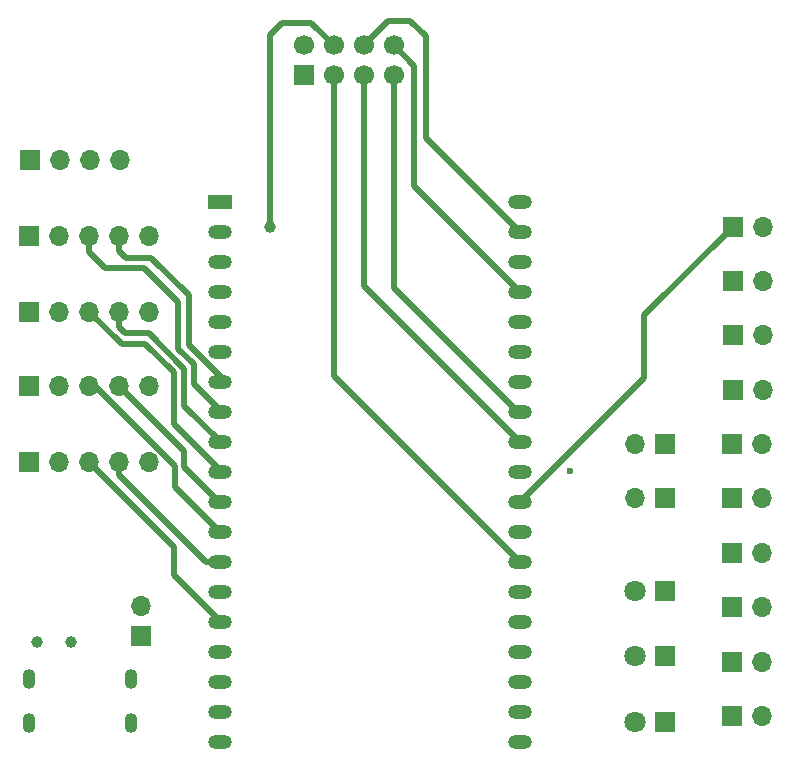
<source format=gbr>
%TF.GenerationSoftware,KiCad,Pcbnew,8.0.4*%
%TF.CreationDate,2024-12-10T19:57:11+05:30*%
%TF.ProjectId,controller-v3,636f6e74-726f-46c6-9c65-722d76332e6b,rev?*%
%TF.SameCoordinates,Original*%
%TF.FileFunction,Copper,L4,Bot*%
%TF.FilePolarity,Positive*%
%FSLAX46Y46*%
G04 Gerber Fmt 4.6, Leading zero omitted, Abs format (unit mm)*
G04 Created by KiCad (PCBNEW 8.0.4) date 2024-12-10 19:57:11*
%MOMM*%
%LPD*%
G01*
G04 APERTURE LIST*
%TA.AperFunction,ComponentPad*%
%ADD10R,1.700000X1.700000*%
%TD*%
%TA.AperFunction,ComponentPad*%
%ADD11C,1.700000*%
%TD*%
%TA.AperFunction,ComponentPad*%
%ADD12O,1.700000X1.700000*%
%TD*%
%TA.AperFunction,ComponentPad*%
%ADD13R,1.800000X1.800000*%
%TD*%
%TA.AperFunction,ComponentPad*%
%ADD14C,1.800000*%
%TD*%
%TA.AperFunction,ComponentPad*%
%ADD15R,2.000000X1.200000*%
%TD*%
%TA.AperFunction,ComponentPad*%
%ADD16O,2.000000X1.200000*%
%TD*%
%TA.AperFunction,ComponentPad*%
%ADD17O,1.100000X1.700000*%
%TD*%
%TA.AperFunction,ViaPad*%
%ADD18C,0.985000*%
%TD*%
%TA.AperFunction,ViaPad*%
%ADD19C,0.600000*%
%TD*%
%TA.AperFunction,Conductor*%
%ADD20C,0.500000*%
%TD*%
G04 APERTURE END LIST*
D10*
%TO.P,U4,1,GND*%
%TO.N,GND*%
X116010000Y-88370000D03*
D11*
%TO.P,U4,2,VCC*%
%TO.N,/3v3*%
X116010000Y-85830000D03*
%TO.P,U4,3,CE*%
%TO.N,/CE*%
X118550000Y-88370000D03*
%TO.P,U4,4,~{CSN}*%
%TO.N,/CSN*%
X118550000Y-85830000D03*
%TO.P,U4,5,SCK*%
%TO.N,/SCK*%
X121090000Y-88370000D03*
%TO.P,U4,6,MOSI*%
%TO.N,/MOSI*%
X121090000Y-85830000D03*
%TO.P,U4,7,MISO*%
%TO.N,/MISO*%
X123630000Y-88370000D03*
%TO.P,U4,8,IRQ*%
%TO.N,/IRQ*%
X123630000Y-85830000D03*
%TD*%
D10*
%TO.P,SW5,1,1*%
%TO.N,/sw_analog_in*%
X152300000Y-119575000D03*
D12*
%TO.P,SW5,2,2*%
%TO.N,Net-(R14-Pad2)*%
X154840000Y-119575000D03*
%TD*%
D10*
%TO.P,SW8,1,1*%
%TO.N,/sw_analog_in*%
X152300000Y-133375000D03*
D12*
%TO.P,SW8,2,2*%
%TO.N,Net-(R16-Pad1)*%
X154840000Y-133375000D03*
%TD*%
D10*
%TO.P,joy3,1,GND*%
%TO.N,GND*%
X92745000Y-121125000D03*
D12*
%TO.P,joy3,2,Vcc*%
%TO.N,/3v3*%
X95285000Y-121125000D03*
%TO.P,joy3,3,VRX*%
%TO.N,/joy3_x*%
X97825000Y-121125000D03*
%TO.P,joy3,4,VRY*%
%TO.N,/joy3_y*%
X100365000Y-121125000D03*
%TO.P,joy3,5,SW*%
%TO.N,/calibrate_joy3*%
X102905000Y-121125000D03*
%TD*%
D10*
%TO.P,SW6,1,1*%
%TO.N,/sw_analog_in*%
X152300000Y-124175000D03*
D12*
%TO.P,SW6,2,2*%
%TO.N,Net-(R14-Pad1)*%
X154840000Y-124175000D03*
%TD*%
D13*
%TO.P,D1,1,K*%
%TO.N,GND*%
X146575000Y-132000000D03*
D14*
%TO.P,D1,2,A*%
%TO.N,Net-(D1-A)*%
X144035000Y-132000000D03*
%TD*%
D10*
%TO.P,joy0,1,GND*%
%TO.N,GND*%
X92785000Y-114700000D03*
D12*
%TO.P,joy0,2,Vcc*%
%TO.N,/3v3*%
X95325000Y-114700000D03*
%TO.P,joy0,3,VRX*%
%TO.N,/joy0_x*%
X97865000Y-114700000D03*
%TO.P,joy0,4,VRY*%
%TO.N,/joy0_y*%
X100405000Y-114700000D03*
%TO.P,joy0,5,SW*%
%TO.N,/calibrate_joy0*%
X102945000Y-114700000D03*
%TD*%
D10*
%TO.P,joy2,1,GND*%
%TO.N,GND*%
X92785000Y-101975000D03*
D12*
%TO.P,joy2,2,Vcc*%
%TO.N,/3v3*%
X95325000Y-101975000D03*
%TO.P,joy2,3,VRX*%
%TO.N,/joy2_x*%
X97865000Y-101975000D03*
%TO.P,joy2,4,VRY*%
%TO.N,/joy2_y*%
X100405000Y-101975000D03*
%TO.P,joy2,5,SW*%
%TO.N,/calibrate_joy2*%
X102945000Y-101975000D03*
%TD*%
D10*
%TO.P,joy1,1,GND*%
%TO.N,GND*%
X92785000Y-108375000D03*
D12*
%TO.P,joy1,2,Vcc*%
%TO.N,/3v3*%
X95325000Y-108375000D03*
%TO.P,joy1,3,VRX*%
%TO.N,/joy1_x*%
X97865000Y-108375000D03*
%TO.P,joy1,4,VRY*%
%TO.N,/joy1_y*%
X100405000Y-108375000D03*
%TO.P,joy1,5,SW*%
%TO.N,/calibrate_joy1*%
X102945000Y-108375000D03*
%TD*%
D10*
%TO.P,SW1,1,1*%
%TO.N,/sw_analog_in*%
X152340000Y-101175000D03*
D12*
%TO.P,SW1,2,2*%
%TO.N,Net-(R1-Pad1)*%
X154880000Y-101175000D03*
%TD*%
D10*
%TO.P,SW2,1,1*%
%TO.N,/sw_analog_in*%
X152340000Y-105775000D03*
D12*
%TO.P,SW2,2,2*%
%TO.N,Net-(R2-Pad1)*%
X154880000Y-105775000D03*
%TD*%
D10*
%TO.P,SW7,1,1*%
%TO.N,/sw_analog_in*%
X152300000Y-128775000D03*
D12*
%TO.P,SW7,2,2*%
%TO.N,Net-(R15-Pad1)*%
X154840000Y-128775000D03*
%TD*%
D15*
%TO.P,U7,1,3V3*%
%TO.N,/3v3*%
X108900000Y-99060000D03*
D16*
%TO.P,U7,2,CHIP_PU*%
%TO.N,unconnected-(U7-CHIP_PU-Pad2)*%
X108900000Y-101600000D03*
%TO.P,U7,3,SENSOR_VP/GPIO36/ADC1_CH0*%
%TO.N,/calibrate_joy2*%
X108900000Y-104140000D03*
%TO.P,U7,4,SENSOR_VN/GPIO39/ADC1_CH3*%
%TO.N,/calibrate_joy1*%
X108900000Y-106680000D03*
%TO.P,U7,5,VDET_1/GPIO34/ADC1_CH6*%
%TO.N,/calibrate_joy0*%
X108900000Y-109220000D03*
%TO.P,U7,6,VDET_2/GPIO35/ADC1_CH7*%
%TO.N,/calibrate_joy3*%
X108900000Y-111760000D03*
%TO.P,U7,7,32K_XP/GPIO32/ADC1_CH4*%
%TO.N,/joy2_y*%
X108900000Y-114300000D03*
%TO.P,U7,8,32K_XN/GPIO33/ADC1_CH5*%
%TO.N,/joy2_x*%
X108900000Y-116840000D03*
%TO.P,U7,9,DAC_1/ADC2_CH8/GPIO25*%
%TO.N,/joy1_y*%
X108900000Y-119380000D03*
%TO.P,U7,10,DAC_2/ADC2_CH9/GPIO26*%
%TO.N,/joy1_x*%
X108900000Y-121920000D03*
%TO.P,U7,11,ADC2_CH7/GPIO27*%
%TO.N,/joy0_y*%
X108900000Y-124460000D03*
%TO.P,U7,12,MTMS/GPIO14/ADC2_CH6*%
%TO.N,/joy0_x*%
X108900000Y-127000000D03*
%TO.P,U7,13,MTDI/GPIO12/ADC2_CH5*%
%TO.N,/joy3_y*%
X108900000Y-129540000D03*
%TO.P,U7,14,GND*%
%TO.N,GND*%
X108900000Y-132080000D03*
%TO.P,U7,15,MTCK/GPIO13/ADC2_CH4*%
%TO.N,/joy3_x*%
X108900000Y-134620000D03*
%TO.P,U7,16,SD_DATA2/GPIO9*%
%TO.N,unconnected-(U7-SD_DATA2{slash}GPIO9-Pad16)*%
X108900000Y-137160000D03*
%TO.P,U7,17,SD_DATA3/GPIO10*%
%TO.N,unconnected-(U7-SD_DATA3{slash}GPIO10-Pad17)*%
X108900000Y-139700000D03*
%TO.P,U7,18,CMD*%
%TO.N,unconnected-(U7-CMD-Pad18)*%
X108900000Y-142240000D03*
%TO.P,U7,19,5V*%
%TO.N,unconnected-(U7-5V-Pad19)*%
X108900000Y-144780000D03*
%TO.P,U7,20,SD_CLK/GPIO6*%
%TO.N,/LED0*%
X134296320Y-144777280D03*
%TO.P,U7,21,SD_DATA0/GPIO7*%
%TO.N,/LED2*%
X134296320Y-142237280D03*
%TO.P,U7,22,SD_DATA1/GPIO8*%
%TO.N,/LED1*%
X134300000Y-139700000D03*
%TO.P,U7,23,MTDO/GPIO15/ADC2_CH3*%
%TO.N,/oled_cycle*%
X134300000Y-137160000D03*
%TO.P,U7,24,ADC2_CH2/GPIO2*%
%TO.N,/mode_select*%
X134300000Y-134620000D03*
%TO.P,U7,25,GPIO0/BOOT/ADC2_CH1*%
%TO.N,unconnected-(U7-GPIO0{slash}BOOT{slash}ADC2_CH1-Pad25)*%
X134300000Y-132080000D03*
%TO.P,U7,26,ADC2_CH0/GPIO4*%
%TO.N,/CE*%
X134300000Y-129540000D03*
%TO.P,U7,27,GPIO16*%
%TO.N,unconnected-(U7-GPIO16-Pad27)*%
X134300000Y-127000000D03*
%TO.P,U7,28,GPIO17*%
%TO.N,/sw_analog_in*%
X134300000Y-124460000D03*
%TO.P,U7,29,GPIO5*%
%TO.N,/CSN*%
X134300000Y-121920000D03*
%TO.P,U7,30,GPIO18*%
%TO.N,/SCK*%
X134300000Y-119380000D03*
%TO.P,U7,31,GPIO19*%
%TO.N,/MISO*%
X134300000Y-116840000D03*
%TO.P,U7,32,GND*%
%TO.N,GND*%
X134300000Y-114300000D03*
%TO.P,U7,33,GPIO21*%
%TO.N,/oled_sda*%
X134300000Y-111760000D03*
%TO.P,U7,34,U0RXD/GPIO3*%
%TO.N,unconnected-(U7-U0RXD{slash}GPIO3-Pad34)*%
X134300000Y-109220000D03*
%TO.P,U7,35,U0TXD/GPIO1*%
%TO.N,/IRQ*%
X134300000Y-106680000D03*
%TO.P,U7,36,GPIO22*%
%TO.N,/oled_scl*%
X134300000Y-104140000D03*
%TO.P,U7,37,GPIO23*%
%TO.N,/MOSI*%
X134300000Y-101600000D03*
%TO.P,U7,38,GND*%
%TO.N,GND*%
X134300000Y-99060000D03*
%TD*%
D10*
%TO.P,U1,1,gnd*%
%TO.N,GND*%
X92800000Y-95575000D03*
D12*
%TO.P,U1,2,vcc*%
%TO.N,/3v3*%
X95340000Y-95575000D03*
%TO.P,U1,3,SCL*%
%TO.N,/oled_scl*%
X97880000Y-95575000D03*
%TO.P,U1,4,SDA*%
%TO.N,/oled_sda*%
X100420000Y-95575000D03*
%TD*%
D13*
%TO.P,D3,1,K*%
%TO.N,GND*%
X146575000Y-143100000D03*
D14*
%TO.P,D3,2,A*%
%TO.N,Net-(D3-A)*%
X144035000Y-143100000D03*
%TD*%
D10*
%TO.P,on/off1,1,A*%
%TO.N,Net-(on/off1-A)*%
X102275000Y-135802500D03*
D12*
%TO.P,on/off1,2,B*%
%TO.N,Net-(U5-VI)*%
X102275000Y-133262500D03*
%TD*%
D17*
%TO.P,J1,S1,SHIELD*%
%TO.N,GND*%
X92765000Y-139437500D03*
X92765000Y-143237500D03*
X101405000Y-139437500D03*
X101405000Y-143237500D03*
%TD*%
D10*
%TO.P,SW4,1,1*%
%TO.N,/sw_analog_in*%
X152340000Y-114975000D03*
D12*
%TO.P,SW4,2,2*%
%TO.N,Net-(R4-Pad1)*%
X154880000Y-114975000D03*
%TD*%
D10*
%TO.P,SW10,1,1*%
%TO.N,/sw_analog_in*%
X152300000Y-142600000D03*
D12*
%TO.P,SW10,2,2*%
%TO.N,/3v3*%
X154840000Y-142600000D03*
%TD*%
D10*
%TO.P,SW3,1,1*%
%TO.N,/sw_analog_in*%
X152340000Y-110375000D03*
D12*
%TO.P,SW3,2,2*%
%TO.N,Net-(R3-Pad1)*%
X154880000Y-110375000D03*
%TD*%
D10*
%TO.P,mode_select1,1,1*%
%TO.N,/3v3*%
X146575000Y-119575000D03*
D12*
%TO.P,mode_select1,2,2*%
%TO.N,/mode_select*%
X144035000Y-119575000D03*
%TD*%
D10*
%TO.P,SW9,1,1*%
%TO.N,/sw_analog_in*%
X152300000Y-138000000D03*
D12*
%TO.P,SW9,2,2*%
%TO.N,Net-(R17-Pad1)*%
X154840000Y-138000000D03*
%TD*%
D13*
%TO.P,D2,1,K*%
%TO.N,GND*%
X146575000Y-137550000D03*
D14*
%TO.P,D2,2,A*%
%TO.N,Net-(D2-A)*%
X144035000Y-137550000D03*
%TD*%
D10*
%TO.P,oled_cycle1,1,1*%
%TO.N,/3v3*%
X146575000Y-124175000D03*
D12*
%TO.P,oled_cycle1,2,2*%
%TO.N,/oled_cycle*%
X144035000Y-124175000D03*
%TD*%
D18*
%TO.N,GND*%
X93450000Y-136312500D03*
D19*
X138587500Y-121900000D03*
D18*
%TO.N,/3v3*%
X96300000Y-136312500D03*
%TO.N,/CSN*%
X113150000Y-101235000D03*
%TD*%
D20*
%TO.N,/joy0_y*%
X105900000Y-120195000D02*
X105900000Y-121500000D01*
X100405000Y-114700000D02*
X105900000Y-120195000D01*
X108860000Y-124460000D02*
X108900000Y-124460000D01*
X105900000Y-121500000D02*
X108860000Y-124460000D01*
%TO.N,/joy0_x*%
X105100000Y-123200000D02*
X108900000Y-127000000D01*
X97865000Y-114700000D02*
X98318478Y-114700000D01*
X98318478Y-114700000D02*
X105100000Y-121481522D01*
X105100000Y-121481522D02*
X105100000Y-123200000D01*
%TO.N,/joy1_y*%
X105900000Y-113200000D02*
X105900000Y-116380000D01*
X102900000Y-110200000D02*
X105900000Y-113200000D01*
X100405000Y-109705000D02*
X100900000Y-110200000D01*
X100900000Y-110200000D02*
X102900000Y-110200000D01*
X100405000Y-108375000D02*
X100405000Y-109705000D01*
X105900000Y-116380000D02*
X108970000Y-119450000D01*
%TO.N,/joy1_x*%
X105000000Y-117900000D02*
X108900000Y-121800000D01*
X102610050Y-111100000D02*
X105000000Y-113489950D01*
X100590000Y-111100000D02*
X102610050Y-111100000D01*
X105000000Y-113489950D02*
X105000000Y-117900000D01*
X97865000Y-108375000D02*
X100590000Y-111100000D01*
X108900000Y-121800000D02*
X108900000Y-121920000D01*
%TO.N,/CSN*%
X113150000Y-101235000D02*
X113150000Y-84930000D01*
X114150000Y-83930000D02*
X116650000Y-83930000D01*
X113150000Y-84930000D02*
X114150000Y-83930000D01*
X116650000Y-83930000D02*
X118550000Y-85830000D01*
%TO.N,/SCK*%
X121135000Y-88415000D02*
X121135000Y-106215000D01*
X121090000Y-88370000D02*
X121135000Y-88415000D01*
X121135000Y-106215000D02*
X134300000Y-119380000D01*
%TO.N,/MOSI*%
X123190000Y-83730000D02*
X125050000Y-83730000D01*
X121090000Y-85830000D02*
X123190000Y-83730000D01*
X126350000Y-93650000D02*
X134300000Y-101600000D01*
X121135000Y-86265000D02*
X121090000Y-86220000D01*
X121090000Y-86220000D02*
X121090000Y-85830000D01*
X126350000Y-85030000D02*
X126350000Y-93650000D01*
X125050000Y-83730000D02*
X126350000Y-85030000D01*
%TO.N,/MISO*%
X123675000Y-88805000D02*
X123675000Y-106375000D01*
X134140000Y-116840000D02*
X134300000Y-116840000D01*
X123675000Y-106375000D02*
X134140000Y-116840000D01*
%TO.N,/CE*%
X118550000Y-88370000D02*
X118595000Y-88415000D01*
X118595000Y-88415000D02*
X118595000Y-113835000D01*
X118595000Y-113835000D02*
X134300000Y-129540000D01*
%TO.N,/joy2_y*%
X100405000Y-101975000D02*
X100405000Y-103205000D01*
X100405000Y-103205000D02*
X101000000Y-103800000D01*
X108970000Y-113870000D02*
X108970000Y-114370000D01*
X101000000Y-103800000D02*
X103100000Y-103800000D01*
X106300000Y-111200000D02*
X108970000Y-113870000D01*
X103100000Y-103800000D02*
X106300000Y-107000000D01*
X106300000Y-107000000D02*
X106300000Y-111200000D01*
%TO.N,/sw_analog_in*%
X152325000Y-101175000D02*
X152340000Y-101175000D01*
X134300000Y-124460000D02*
X144800000Y-113960000D01*
X144800000Y-108700000D02*
X152325000Y-101175000D01*
X144800000Y-113960000D02*
X144800000Y-108700000D01*
%TO.N,/joy2_x*%
X105400000Y-107600000D02*
X105400000Y-111500000D01*
X97865000Y-103365000D02*
X99200000Y-104700000D01*
X106700000Y-112800000D02*
X106700000Y-114500000D01*
X105400000Y-111500000D02*
X106700000Y-112800000D01*
X108900000Y-116700000D02*
X108900000Y-116840000D01*
X106700000Y-114500000D02*
X108900000Y-116700000D01*
X102500000Y-104700000D02*
X105400000Y-107600000D01*
X97865000Y-101975000D02*
X97865000Y-103365000D01*
X99200000Y-104700000D02*
X102500000Y-104700000D01*
%TO.N,/IRQ*%
X123630000Y-85830000D02*
X125350000Y-87550000D01*
X125350000Y-97730000D02*
X134300000Y-106680000D01*
X125350000Y-87550000D02*
X125350000Y-97730000D01*
%TO.N,/joy3_x*%
X105000000Y-128300000D02*
X105000000Y-130700000D01*
X108900000Y-134600000D02*
X108900000Y-134620000D01*
X105000000Y-130700000D02*
X108900000Y-134600000D01*
X97825000Y-121125000D02*
X105000000Y-128300000D01*
%TO.N,/joy3_y*%
X107740000Y-129540000D02*
X108900000Y-129540000D01*
X100365000Y-122165000D02*
X107740000Y-129540000D01*
X100365000Y-121125000D02*
X100365000Y-122165000D01*
%TD*%
M02*

</source>
